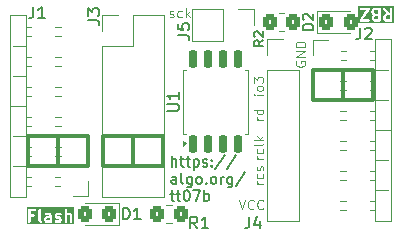
<source format=gto>
G04 #@! TF.GenerationSoftware,KiCad,Pcbnew,8.0.9-8.0.9-0~ubuntu24.04.1*
G04 #@! TF.CreationDate,2025-04-27T15:56:27+09:30*
G04 #@! TF.ProjectId,qspi-pmod-adapter,71737069-2d70-46d6-9f64-2d6164617074,rev?*
G04 #@! TF.SameCoordinates,Original*
G04 #@! TF.FileFunction,Legend,Top*
G04 #@! TF.FilePolarity,Positive*
%FSLAX46Y46*%
G04 Gerber Fmt 4.6, Leading zero omitted, Abs format (unit mm)*
G04 Created by KiCad (PCBNEW 8.0.9-8.0.9-0~ubuntu24.04.1) date 2025-04-27 15:56:27*
%MOMM*%
%LPD*%
G01*
G04 APERTURE LIST*
G04 Aperture macros list*
%AMRoundRect*
0 Rectangle with rounded corners*
0 $1 Rounding radius*
0 $2 $3 $4 $5 $6 $7 $8 $9 X,Y pos of 4 corners*
0 Add a 4 corners polygon primitive as box body*
4,1,4,$2,$3,$4,$5,$6,$7,$8,$9,$2,$3,0*
0 Add four circle primitives for the rounded corners*
1,1,$1+$1,$2,$3*
1,1,$1+$1,$4,$5*
1,1,$1+$1,$6,$7*
1,1,$1+$1,$8,$9*
0 Add four rect primitives between the rounded corners*
20,1,$1+$1,$2,$3,$4,$5,0*
20,1,$1+$1,$4,$5,$6,$7,0*
20,1,$1+$1,$6,$7,$8,$9,0*
20,1,$1+$1,$8,$9,$2,$3,0*%
G04 Aperture macros list end*
%ADD10C,0.100000*%
%ADD11C,0.200000*%
%ADD12C,0.150000*%
%ADD13C,0.300000*%
%ADD14C,0.120000*%
%ADD15C,0.350000*%
%ADD16O,1.700000X1.700000*%
%ADD17C,1.700000*%
%ADD18R,1.700000X1.700000*%
%ADD19RoundRect,0.250000X-0.350000X-0.450000X0.350000X-0.450000X0.350000X0.450000X-0.350000X0.450000X0*%
%ADD20RoundRect,0.250000X0.350000X0.450000X-0.350000X0.450000X-0.350000X-0.450000X0.350000X-0.450000X0*%
%ADD21RoundRect,0.250000X0.325000X0.450000X-0.325000X0.450000X-0.325000X-0.450000X0.325000X-0.450000X0*%
%ADD22RoundRect,0.250000X-0.325000X-0.450000X0.325000X-0.450000X0.325000X0.450000X-0.325000X0.450000X0*%
%ADD23RoundRect,0.150000X0.150000X-0.650000X0.150000X0.650000X-0.150000X0.650000X-0.150000X-0.650000X0*%
G04 APERTURE END LIST*
D10*
X123036190Y-72912760D02*
X122998095Y-72988950D01*
X122998095Y-72988950D02*
X122998095Y-73103236D01*
X122998095Y-73103236D02*
X123036190Y-73217522D01*
X123036190Y-73217522D02*
X123112380Y-73293712D01*
X123112380Y-73293712D02*
X123188571Y-73331807D01*
X123188571Y-73331807D02*
X123340952Y-73369903D01*
X123340952Y-73369903D02*
X123455238Y-73369903D01*
X123455238Y-73369903D02*
X123607619Y-73331807D01*
X123607619Y-73331807D02*
X123683809Y-73293712D01*
X123683809Y-73293712D02*
X123760000Y-73217522D01*
X123760000Y-73217522D02*
X123798095Y-73103236D01*
X123798095Y-73103236D02*
X123798095Y-73027045D01*
X123798095Y-73027045D02*
X123760000Y-72912760D01*
X123760000Y-72912760D02*
X123721904Y-72874664D01*
X123721904Y-72874664D02*
X123455238Y-72874664D01*
X123455238Y-72874664D02*
X123455238Y-73027045D01*
X123798095Y-72531807D02*
X122998095Y-72531807D01*
X122998095Y-72531807D02*
X123798095Y-72074664D01*
X123798095Y-72074664D02*
X122998095Y-72074664D01*
X123798095Y-71693712D02*
X122998095Y-71693712D01*
X122998095Y-71693712D02*
X122998095Y-71503236D01*
X122998095Y-71503236D02*
X123036190Y-71388950D01*
X123036190Y-71388950D02*
X123112380Y-71312760D01*
X123112380Y-71312760D02*
X123188571Y-71274665D01*
X123188571Y-71274665D02*
X123340952Y-71236569D01*
X123340952Y-71236569D02*
X123455238Y-71236569D01*
X123455238Y-71236569D02*
X123607619Y-71274665D01*
X123607619Y-71274665D02*
X123683809Y-71312760D01*
X123683809Y-71312760D02*
X123760000Y-71388950D01*
X123760000Y-71388950D02*
X123798095Y-71503236D01*
X123798095Y-71503236D02*
X123798095Y-71693712D01*
X118171487Y-84644095D02*
X118438154Y-85444095D01*
X118438154Y-85444095D02*
X118704820Y-84644095D01*
X119428630Y-85367904D02*
X119390534Y-85406000D01*
X119390534Y-85406000D02*
X119276249Y-85444095D01*
X119276249Y-85444095D02*
X119200058Y-85444095D01*
X119200058Y-85444095D02*
X119085772Y-85406000D01*
X119085772Y-85406000D02*
X119009582Y-85329809D01*
X119009582Y-85329809D02*
X118971487Y-85253619D01*
X118971487Y-85253619D02*
X118933391Y-85101238D01*
X118933391Y-85101238D02*
X118933391Y-84986952D01*
X118933391Y-84986952D02*
X118971487Y-84834571D01*
X118971487Y-84834571D02*
X119009582Y-84758380D01*
X119009582Y-84758380D02*
X119085772Y-84682190D01*
X119085772Y-84682190D02*
X119200058Y-84644095D01*
X119200058Y-84644095D02*
X119276249Y-84644095D01*
X119276249Y-84644095D02*
X119390534Y-84682190D01*
X119390534Y-84682190D02*
X119428630Y-84720285D01*
X120228630Y-85367904D02*
X120190534Y-85406000D01*
X120190534Y-85406000D02*
X120076249Y-85444095D01*
X120076249Y-85444095D02*
X120000058Y-85444095D01*
X120000058Y-85444095D02*
X119885772Y-85406000D01*
X119885772Y-85406000D02*
X119809582Y-85329809D01*
X119809582Y-85329809D02*
X119771487Y-85253619D01*
X119771487Y-85253619D02*
X119733391Y-85101238D01*
X119733391Y-85101238D02*
X119733391Y-84986952D01*
X119733391Y-84986952D02*
X119771487Y-84834571D01*
X119771487Y-84834571D02*
X119809582Y-84758380D01*
X119809582Y-84758380D02*
X119885772Y-84682190D01*
X119885772Y-84682190D02*
X120000058Y-84644095D01*
X120000058Y-84644095D02*
X120076249Y-84644095D01*
X120076249Y-84644095D02*
X120190534Y-84682190D01*
X120190534Y-84682190D02*
X120228630Y-84720285D01*
X120242095Y-83288683D02*
X119708761Y-83288683D01*
X119861142Y-83288683D02*
X119784952Y-83250588D01*
X119784952Y-83250588D02*
X119746857Y-83212493D01*
X119746857Y-83212493D02*
X119708761Y-83136302D01*
X119708761Y-83136302D02*
X119708761Y-83060112D01*
X120204000Y-82450588D02*
X120242095Y-82526779D01*
X120242095Y-82526779D02*
X120242095Y-82679160D01*
X120242095Y-82679160D02*
X120204000Y-82755350D01*
X120204000Y-82755350D02*
X120165904Y-82793445D01*
X120165904Y-82793445D02*
X120089714Y-82831541D01*
X120089714Y-82831541D02*
X119861142Y-82831541D01*
X119861142Y-82831541D02*
X119784952Y-82793445D01*
X119784952Y-82793445D02*
X119746857Y-82755350D01*
X119746857Y-82755350D02*
X119708761Y-82679160D01*
X119708761Y-82679160D02*
X119708761Y-82526779D01*
X119708761Y-82526779D02*
X119746857Y-82450588D01*
X120204000Y-82145827D02*
X120242095Y-82069636D01*
X120242095Y-82069636D02*
X120242095Y-81917255D01*
X120242095Y-81917255D02*
X120204000Y-81841065D01*
X120204000Y-81841065D02*
X120127809Y-81802969D01*
X120127809Y-81802969D02*
X120089714Y-81802969D01*
X120089714Y-81802969D02*
X120013523Y-81841065D01*
X120013523Y-81841065D02*
X119975428Y-81917255D01*
X119975428Y-81917255D02*
X119975428Y-82031541D01*
X119975428Y-82031541D02*
X119937333Y-82107731D01*
X119937333Y-82107731D02*
X119861142Y-82145827D01*
X119861142Y-82145827D02*
X119823047Y-82145827D01*
X119823047Y-82145827D02*
X119746857Y-82107731D01*
X119746857Y-82107731D02*
X119708761Y-82031541D01*
X119708761Y-82031541D02*
X119708761Y-81917255D01*
X119708761Y-81917255D02*
X119746857Y-81841065D01*
X120242095Y-81167731D02*
X119708761Y-81167731D01*
X119861142Y-81167731D02*
X119784952Y-81129636D01*
X119784952Y-81129636D02*
X119746857Y-81091541D01*
X119746857Y-81091541D02*
X119708761Y-81015350D01*
X119708761Y-81015350D02*
X119708761Y-80939160D01*
X120204000Y-80329636D02*
X120242095Y-80405827D01*
X120242095Y-80405827D02*
X120242095Y-80558208D01*
X120242095Y-80558208D02*
X120204000Y-80634398D01*
X120204000Y-80634398D02*
X120165904Y-80672493D01*
X120165904Y-80672493D02*
X120089714Y-80710589D01*
X120089714Y-80710589D02*
X119861142Y-80710589D01*
X119861142Y-80710589D02*
X119784952Y-80672493D01*
X119784952Y-80672493D02*
X119746857Y-80634398D01*
X119746857Y-80634398D02*
X119708761Y-80558208D01*
X119708761Y-80558208D02*
X119708761Y-80405827D01*
X119708761Y-80405827D02*
X119746857Y-80329636D01*
X120242095Y-79872494D02*
X120204000Y-79948684D01*
X120204000Y-79948684D02*
X120127809Y-79986779D01*
X120127809Y-79986779D02*
X119442095Y-79986779D01*
X120242095Y-79567731D02*
X119442095Y-79567731D01*
X119937333Y-79491541D02*
X120242095Y-79262969D01*
X119708761Y-79262969D02*
X120013523Y-79567731D01*
X120242095Y-77853160D02*
X119708761Y-77853160D01*
X119861142Y-77853160D02*
X119784952Y-77815065D01*
X119784952Y-77815065D02*
X119746857Y-77776970D01*
X119746857Y-77776970D02*
X119708761Y-77700779D01*
X119708761Y-77700779D02*
X119708761Y-77624589D01*
X120242095Y-77015065D02*
X119442095Y-77015065D01*
X120204000Y-77015065D02*
X120242095Y-77091256D01*
X120242095Y-77091256D02*
X120242095Y-77243637D01*
X120242095Y-77243637D02*
X120204000Y-77319827D01*
X120204000Y-77319827D02*
X120165904Y-77357922D01*
X120165904Y-77357922D02*
X120089714Y-77396018D01*
X120089714Y-77396018D02*
X119861142Y-77396018D01*
X119861142Y-77396018D02*
X119784952Y-77357922D01*
X119784952Y-77357922D02*
X119746857Y-77319827D01*
X119746857Y-77319827D02*
X119708761Y-77243637D01*
X119708761Y-77243637D02*
X119708761Y-77091256D01*
X119708761Y-77091256D02*
X119746857Y-77015065D01*
X120242095Y-75757579D02*
X119708761Y-75757579D01*
X119442095Y-75757579D02*
X119480190Y-75795675D01*
X119480190Y-75795675D02*
X119518285Y-75757579D01*
X119518285Y-75757579D02*
X119480190Y-75719484D01*
X119480190Y-75719484D02*
X119442095Y-75757579D01*
X119442095Y-75757579D02*
X119518285Y-75757579D01*
X120242095Y-75262342D02*
X120204000Y-75338532D01*
X120204000Y-75338532D02*
X120165904Y-75376627D01*
X120165904Y-75376627D02*
X120089714Y-75414723D01*
X120089714Y-75414723D02*
X119861142Y-75414723D01*
X119861142Y-75414723D02*
X119784952Y-75376627D01*
X119784952Y-75376627D02*
X119746857Y-75338532D01*
X119746857Y-75338532D02*
X119708761Y-75262342D01*
X119708761Y-75262342D02*
X119708761Y-75148056D01*
X119708761Y-75148056D02*
X119746857Y-75071865D01*
X119746857Y-75071865D02*
X119784952Y-75033770D01*
X119784952Y-75033770D02*
X119861142Y-74995675D01*
X119861142Y-74995675D02*
X120089714Y-74995675D01*
X120089714Y-74995675D02*
X120165904Y-75033770D01*
X120165904Y-75033770D02*
X120204000Y-75071865D01*
X120204000Y-75071865D02*
X120242095Y-75148056D01*
X120242095Y-75148056D02*
X120242095Y-75262342D01*
X119442095Y-74729008D02*
X119442095Y-74233770D01*
X119442095Y-74233770D02*
X119746857Y-74500436D01*
X119746857Y-74500436D02*
X119746857Y-74386151D01*
X119746857Y-74386151D02*
X119784952Y-74309960D01*
X119784952Y-74309960D02*
X119823047Y-74271865D01*
X119823047Y-74271865D02*
X119899238Y-74233770D01*
X119899238Y-74233770D02*
X120089714Y-74233770D01*
X120089714Y-74233770D02*
X120165904Y-74271865D01*
X120165904Y-74271865D02*
X120204000Y-74309960D01*
X120204000Y-74309960D02*
X120242095Y-74386151D01*
X120242095Y-74386151D02*
X120242095Y-74614722D01*
X120242095Y-74614722D02*
X120204000Y-74690913D01*
X120204000Y-74690913D02*
X120165904Y-74729008D01*
X112333769Y-69150000D02*
X112409960Y-69188095D01*
X112409960Y-69188095D02*
X112562341Y-69188095D01*
X112562341Y-69188095D02*
X112638531Y-69150000D01*
X112638531Y-69150000D02*
X112676627Y-69073809D01*
X112676627Y-69073809D02*
X112676627Y-69035714D01*
X112676627Y-69035714D02*
X112638531Y-68959523D01*
X112638531Y-68959523D02*
X112562341Y-68921428D01*
X112562341Y-68921428D02*
X112448055Y-68921428D01*
X112448055Y-68921428D02*
X112371865Y-68883333D01*
X112371865Y-68883333D02*
X112333769Y-68807142D01*
X112333769Y-68807142D02*
X112333769Y-68769047D01*
X112333769Y-68769047D02*
X112371865Y-68692857D01*
X112371865Y-68692857D02*
X112448055Y-68654761D01*
X112448055Y-68654761D02*
X112562341Y-68654761D01*
X112562341Y-68654761D02*
X112638531Y-68692857D01*
X113362341Y-69150000D02*
X113286150Y-69188095D01*
X113286150Y-69188095D02*
X113133769Y-69188095D01*
X113133769Y-69188095D02*
X113057579Y-69150000D01*
X113057579Y-69150000D02*
X113019484Y-69111904D01*
X113019484Y-69111904D02*
X112981388Y-69035714D01*
X112981388Y-69035714D02*
X112981388Y-68807142D01*
X112981388Y-68807142D02*
X113019484Y-68730952D01*
X113019484Y-68730952D02*
X113057579Y-68692857D01*
X113057579Y-68692857D02*
X113133769Y-68654761D01*
X113133769Y-68654761D02*
X113286150Y-68654761D01*
X113286150Y-68654761D02*
X113362341Y-68692857D01*
X113705198Y-69188095D02*
X113705198Y-68388095D01*
X113781388Y-68883333D02*
X114009960Y-69188095D01*
X114009960Y-68654761D02*
X113705198Y-68959523D01*
D11*
G36*
X129975326Y-69358780D02*
G01*
X129765600Y-69358780D01*
X129705990Y-69328975D01*
X129681322Y-69304306D01*
X129651517Y-69244696D01*
X129651517Y-69196673D01*
X129681322Y-69137063D01*
X129705990Y-69112394D01*
X129765600Y-69082590D01*
X129975326Y-69082590D01*
X129975326Y-69358780D01*
G37*
G36*
X129975326Y-68882590D02*
G01*
X129758219Y-68882590D01*
X129653154Y-68847568D01*
X129633703Y-68828116D01*
X129603898Y-68768506D01*
X129603898Y-68672864D01*
X129633703Y-68613254D01*
X129658372Y-68588584D01*
X129717980Y-68558780D01*
X129975326Y-68558780D01*
X129975326Y-68882590D01*
G37*
G36*
X130975326Y-69358780D02*
G01*
X130717981Y-69358780D01*
X130658371Y-69328975D01*
X130633703Y-69304306D01*
X130603898Y-69244696D01*
X130603898Y-69149054D01*
X130633703Y-69089444D01*
X130658371Y-69064775D01*
X130717981Y-69034971D01*
X130975326Y-69034971D01*
X130975326Y-69358780D01*
G37*
G36*
X131286437Y-69669891D02*
G01*
X128292787Y-69669891D01*
X128292787Y-69458885D01*
X128403898Y-69458885D01*
X128405819Y-69468490D01*
X128405819Y-69478289D01*
X128409608Y-69487437D01*
X128411550Y-69497145D01*
X128417001Y-69505285D01*
X128420751Y-69514337D01*
X128427750Y-69521336D01*
X128433261Y-69529565D01*
X128441414Y-69535000D01*
X128448341Y-69541927D01*
X128457487Y-69545715D01*
X128465726Y-69551208D01*
X128475336Y-69553109D01*
X128484389Y-69556859D01*
X128503898Y-69558780D01*
X128504003Y-69558780D01*
X129170564Y-69558780D01*
X129190073Y-69556859D01*
X129226121Y-69541927D01*
X129253711Y-69514337D01*
X129268643Y-69478289D01*
X129268643Y-69439271D01*
X129253711Y-69403223D01*
X129226121Y-69375633D01*
X129190073Y-69360701D01*
X129170564Y-69358780D01*
X128690750Y-69358780D01*
X129163764Y-68649257D01*
X129403898Y-68649257D01*
X129403898Y-68792114D01*
X129405819Y-68811623D01*
X129407194Y-68814943D01*
X129407449Y-68818527D01*
X129414455Y-68836835D01*
X129462074Y-68932073D01*
X129467359Y-68940469D01*
X129468370Y-68942909D01*
X129470623Y-68945655D01*
X129472517Y-68948663D01*
X129474511Y-68950392D01*
X129480806Y-68958063D01*
X129528425Y-69005681D01*
X129529213Y-69006328D01*
X129528425Y-69007117D01*
X129522130Y-69014787D01*
X129520136Y-69016517D01*
X129518242Y-69019524D01*
X129515989Y-69022271D01*
X129514978Y-69024710D01*
X129509693Y-69033107D01*
X129462074Y-69128345D01*
X129455068Y-69146653D01*
X129454813Y-69150236D01*
X129453438Y-69153557D01*
X129451517Y-69173066D01*
X129451517Y-69268304D01*
X129453438Y-69287813D01*
X129454813Y-69291133D01*
X129455068Y-69294717D01*
X129462074Y-69313025D01*
X129509693Y-69408263D01*
X129514978Y-69416659D01*
X129515989Y-69419099D01*
X129518242Y-69421845D01*
X129520136Y-69424853D01*
X129522130Y-69426582D01*
X129528425Y-69434253D01*
X129576044Y-69481871D01*
X129583710Y-69488163D01*
X129585443Y-69490161D01*
X129588451Y-69492054D01*
X129591197Y-69494308D01*
X129593637Y-69495318D01*
X129602034Y-69500604D01*
X129697271Y-69548223D01*
X129715580Y-69555229D01*
X129719163Y-69555483D01*
X129722484Y-69556859D01*
X129741993Y-69558780D01*
X130075326Y-69558780D01*
X130094835Y-69556859D01*
X130130883Y-69541927D01*
X130158473Y-69514337D01*
X130173405Y-69478289D01*
X130175326Y-69458780D01*
X130175326Y-69125447D01*
X130403898Y-69125447D01*
X130403898Y-69268304D01*
X130405819Y-69287813D01*
X130407194Y-69291133D01*
X130407449Y-69294717D01*
X130414455Y-69313025D01*
X130462074Y-69408263D01*
X130467359Y-69416659D01*
X130468370Y-69419099D01*
X130470623Y-69421845D01*
X130472517Y-69424853D01*
X130474511Y-69426582D01*
X130480806Y-69434253D01*
X130528425Y-69481871D01*
X130536091Y-69488163D01*
X130537824Y-69490161D01*
X130540832Y-69492054D01*
X130543578Y-69494308D01*
X130546018Y-69495318D01*
X130554415Y-69500604D01*
X130649652Y-69548223D01*
X130667961Y-69555229D01*
X130671544Y-69555483D01*
X130674865Y-69556859D01*
X130694374Y-69558780D01*
X131075326Y-69558780D01*
X131094835Y-69556859D01*
X131130883Y-69541927D01*
X131158473Y-69514337D01*
X131173405Y-69478289D01*
X131175326Y-69458780D01*
X131175326Y-68458780D01*
X131173405Y-68439271D01*
X131158473Y-68403223D01*
X131130883Y-68375633D01*
X131094835Y-68360701D01*
X131055817Y-68360701D01*
X131019769Y-68375633D01*
X130992179Y-68403223D01*
X130977247Y-68439271D01*
X130975326Y-68458780D01*
X130975326Y-68834971D01*
X130889296Y-68834971D01*
X130585821Y-68401434D01*
X130573060Y-68386553D01*
X130540155Y-68365584D01*
X130501730Y-68358803D01*
X130463636Y-68367243D01*
X130431671Y-68389618D01*
X130410702Y-68422523D01*
X130403921Y-68460948D01*
X130412361Y-68499042D01*
X130421975Y-68516126D01*
X130651942Y-68844651D01*
X130649652Y-68845528D01*
X130554415Y-68893147D01*
X130546018Y-68898432D01*
X130543578Y-68899443D01*
X130540832Y-68901696D01*
X130537824Y-68903590D01*
X130536091Y-68905587D01*
X130528425Y-68911880D01*
X130480806Y-68959498D01*
X130474511Y-68967168D01*
X130472517Y-68968898D01*
X130470623Y-68971905D01*
X130468370Y-68974652D01*
X130467359Y-68977091D01*
X130462074Y-68985488D01*
X130414455Y-69080726D01*
X130407449Y-69099034D01*
X130407194Y-69102617D01*
X130405819Y-69105938D01*
X130403898Y-69125447D01*
X130175326Y-69125447D01*
X130175326Y-68458780D01*
X130173405Y-68439271D01*
X130158473Y-68403223D01*
X130130883Y-68375633D01*
X130094835Y-68360701D01*
X130075326Y-68358780D01*
X129694374Y-68358780D01*
X129674865Y-68360701D01*
X129671544Y-68362076D01*
X129667961Y-68362331D01*
X129649652Y-68369338D01*
X129554414Y-68416958D01*
X129546021Y-68422241D01*
X129543578Y-68423253D01*
X129540828Y-68425509D01*
X129537824Y-68427401D01*
X129536094Y-68429395D01*
X129528425Y-68435690D01*
X129480806Y-68483308D01*
X129474511Y-68490978D01*
X129472517Y-68492708D01*
X129470623Y-68495715D01*
X129468370Y-68498462D01*
X129467359Y-68500901D01*
X129462074Y-68509298D01*
X129414455Y-68604536D01*
X129407449Y-68622844D01*
X129407194Y-68626427D01*
X129405819Y-68629748D01*
X129403898Y-68649257D01*
X129163764Y-68649257D01*
X129253769Y-68514250D01*
X129262992Y-68496952D01*
X129264893Y-68487341D01*
X129268643Y-68478289D01*
X129268643Y-68468385D01*
X129270564Y-68458675D01*
X129268643Y-68449070D01*
X129268643Y-68439271D01*
X129264853Y-68430122D01*
X129262912Y-68420415D01*
X129257460Y-68412274D01*
X129253711Y-68403223D01*
X129246711Y-68396223D01*
X129241201Y-68387995D01*
X129233047Y-68382559D01*
X129226121Y-68375633D01*
X129216974Y-68371844D01*
X129208736Y-68366352D01*
X129199125Y-68364450D01*
X129190073Y-68360701D01*
X129170564Y-68358780D01*
X128503898Y-68358780D01*
X128484389Y-68360701D01*
X128448341Y-68375633D01*
X128420751Y-68403223D01*
X128405819Y-68439271D01*
X128405819Y-68478289D01*
X128420751Y-68514337D01*
X128448341Y-68541927D01*
X128484389Y-68556859D01*
X128503898Y-68558780D01*
X128983712Y-68558780D01*
X128420693Y-69403310D01*
X128411470Y-69420608D01*
X128409568Y-69430218D01*
X128405819Y-69439271D01*
X128405819Y-69449174D01*
X128403898Y-69458885D01*
X128292787Y-69458885D01*
X128292787Y-68247669D01*
X131286437Y-68247669D01*
X131286437Y-69669891D01*
G37*
G36*
X102155197Y-86371796D02*
G01*
X102136352Y-86381219D01*
X101945471Y-86381219D01*
X101901161Y-86359064D01*
X101879007Y-86314754D01*
X101879007Y-86266730D01*
X101901162Y-86222420D01*
X101945471Y-86200266D01*
X102155197Y-86200266D01*
X102155197Y-86371796D01*
G37*
G36*
X104180594Y-86692330D02*
G01*
X100234562Y-86692330D01*
X100234562Y-85481219D01*
X100345673Y-85481219D01*
X100345673Y-86481219D01*
X100347594Y-86500728D01*
X100362526Y-86536776D01*
X100390116Y-86564366D01*
X100426164Y-86579298D01*
X100465182Y-86579298D01*
X100501230Y-86564366D01*
X100528820Y-86536776D01*
X100543752Y-86500728D01*
X100545673Y-86481219D01*
X100545673Y-86057409D01*
X100779006Y-86057409D01*
X100798515Y-86055488D01*
X100834563Y-86040556D01*
X100862153Y-86012966D01*
X100877085Y-85976918D01*
X100877085Y-85937900D01*
X100862153Y-85901852D01*
X100834563Y-85874262D01*
X100798515Y-85859330D01*
X100779006Y-85857409D01*
X100545673Y-85857409D01*
X100545673Y-85581219D01*
X100921863Y-85581219D01*
X100941372Y-85579298D01*
X100977420Y-85564366D01*
X101005010Y-85536776D01*
X101019942Y-85500728D01*
X101019942Y-85481219D01*
X101202816Y-85481219D01*
X101202816Y-86338361D01*
X101204737Y-86357870D01*
X101206112Y-86361190D01*
X101206367Y-86364773D01*
X101213373Y-86383082D01*
X101260992Y-86478321D01*
X101263045Y-86481584D01*
X101263559Y-86483123D01*
X101265221Y-86485039D01*
X101271435Y-86494911D01*
X101280906Y-86503125D01*
X101289123Y-86512600D01*
X101298993Y-86518812D01*
X101300911Y-86520476D01*
X101302451Y-86520989D01*
X101305714Y-86523043D01*
X101400951Y-86570662D01*
X101419260Y-86577668D01*
X101458180Y-86580434D01*
X101495196Y-86568095D01*
X101524673Y-86542530D01*
X101542122Y-86507632D01*
X101544887Y-86468712D01*
X101532549Y-86431696D01*
X101506984Y-86402219D01*
X101490394Y-86391776D01*
X101424970Y-86359064D01*
X101402816Y-86314754D01*
X101402816Y-86243123D01*
X101679007Y-86243123D01*
X101679007Y-86338361D01*
X101680928Y-86357870D01*
X101682303Y-86361190D01*
X101682558Y-86364773D01*
X101689564Y-86383082D01*
X101737183Y-86478321D01*
X101739236Y-86481584D01*
X101739750Y-86483123D01*
X101741412Y-86485039D01*
X101747626Y-86494911D01*
X101757097Y-86503125D01*
X101765314Y-86512600D01*
X101775184Y-86518812D01*
X101777102Y-86520476D01*
X101778642Y-86520989D01*
X101781905Y-86523043D01*
X101877142Y-86570662D01*
X101895451Y-86577668D01*
X101899034Y-86577922D01*
X101902355Y-86579298D01*
X101921864Y-86581219D01*
X102159959Y-86581219D01*
X102179468Y-86579298D01*
X102182788Y-86577922D01*
X102186372Y-86577668D01*
X102204680Y-86570662D01*
X102209283Y-86568360D01*
X102235688Y-86579298D01*
X102274706Y-86579298D01*
X102310754Y-86564366D01*
X102338344Y-86536776D01*
X102353276Y-86500728D01*
X102355197Y-86481219D01*
X102355197Y-85957409D01*
X102583769Y-85957409D01*
X102583769Y-86005028D01*
X102585690Y-86024537D01*
X102587065Y-86027857D01*
X102587320Y-86031441D01*
X102594326Y-86049749D01*
X102641945Y-86144987D01*
X102643998Y-86148250D01*
X102644512Y-86149789D01*
X102646174Y-86151705D01*
X102652388Y-86161577D01*
X102661858Y-86169790D01*
X102670076Y-86179266D01*
X102679949Y-86185480D01*
X102681865Y-86187142D01*
X102683403Y-86187654D01*
X102686667Y-86189709D01*
X102781904Y-86237328D01*
X102800213Y-86244334D01*
X102803796Y-86244588D01*
X102807117Y-86245964D01*
X102826626Y-86247885D01*
X102945876Y-86247885D01*
X102990185Y-86270040D01*
X103012340Y-86314349D01*
X103012340Y-86314754D01*
X102990185Y-86359063D01*
X102945876Y-86381219D01*
X102802614Y-86381219D01*
X102728490Y-86344157D01*
X102710182Y-86337151D01*
X102671262Y-86334385D01*
X102634246Y-86346724D01*
X102604769Y-86372288D01*
X102587320Y-86407187D01*
X102584554Y-86446107D01*
X102596893Y-86483123D01*
X102622457Y-86512600D01*
X102639048Y-86523043D01*
X102734285Y-86570662D01*
X102752594Y-86577668D01*
X102756177Y-86577922D01*
X102759498Y-86579298D01*
X102779007Y-86581219D01*
X102969483Y-86581219D01*
X102988992Y-86579298D01*
X102992312Y-86577922D01*
X102995896Y-86577668D01*
X103014204Y-86570662D01*
X103109442Y-86523043D01*
X103112704Y-86520989D01*
X103114244Y-86520476D01*
X103116160Y-86518813D01*
X103126032Y-86512600D01*
X103134247Y-86503126D01*
X103143721Y-86494911D01*
X103149934Y-86485039D01*
X103151597Y-86483123D01*
X103152109Y-86481584D01*
X103154164Y-86478321D01*
X103201783Y-86383082D01*
X103208789Y-86364774D01*
X103209043Y-86361190D01*
X103210419Y-86357870D01*
X103212340Y-86338361D01*
X103212340Y-86290742D01*
X103210419Y-86271233D01*
X103209043Y-86267912D01*
X103208789Y-86264329D01*
X103201783Y-86246020D01*
X103154164Y-86150783D01*
X103152109Y-86147519D01*
X103151597Y-86145981D01*
X103149935Y-86144065D01*
X103143721Y-86134192D01*
X103134245Y-86125974D01*
X103126032Y-86116504D01*
X103116160Y-86110290D01*
X103114244Y-86108628D01*
X103112705Y-86108114D01*
X103109442Y-86106061D01*
X103014204Y-86058442D01*
X102995896Y-86051436D01*
X102992312Y-86051181D01*
X102988992Y-86049806D01*
X102969483Y-86047885D01*
X102850233Y-86047885D01*
X102805924Y-86025730D01*
X102783769Y-85981420D01*
X102783769Y-85981016D01*
X102805924Y-85936706D01*
X102850233Y-85914552D01*
X102945876Y-85914552D01*
X103019999Y-85951614D01*
X103038308Y-85958620D01*
X103077228Y-85961386D01*
X103114244Y-85949047D01*
X103143721Y-85923482D01*
X103161170Y-85888584D01*
X103163935Y-85849664D01*
X103151597Y-85812648D01*
X103126032Y-85783171D01*
X103109442Y-85772728D01*
X103014204Y-85725109D01*
X102995896Y-85718103D01*
X102992312Y-85717848D01*
X102988992Y-85716473D01*
X102969483Y-85714552D01*
X102826626Y-85714552D01*
X102807117Y-85716473D01*
X102803796Y-85717848D01*
X102800213Y-85718103D01*
X102781904Y-85725109D01*
X102686667Y-85772728D01*
X102683403Y-85774782D01*
X102681865Y-85775295D01*
X102679949Y-85776956D01*
X102670076Y-85783171D01*
X102661858Y-85792646D01*
X102652388Y-85800860D01*
X102646174Y-85810731D01*
X102644512Y-85812648D01*
X102643998Y-85814186D01*
X102641945Y-85817450D01*
X102594326Y-85912688D01*
X102587320Y-85930996D01*
X102587065Y-85934579D01*
X102585690Y-85937900D01*
X102583769Y-85957409D01*
X102355197Y-85957409D01*
X102353276Y-85937900D01*
X102351900Y-85934579D01*
X102351646Y-85930996D01*
X102344640Y-85912687D01*
X102297021Y-85817450D01*
X102294966Y-85814186D01*
X102294454Y-85812648D01*
X102292792Y-85810732D01*
X102286578Y-85800859D01*
X102277102Y-85792641D01*
X102268889Y-85783171D01*
X102259017Y-85776957D01*
X102257101Y-85775295D01*
X102255562Y-85774781D01*
X102252299Y-85772728D01*
X102157061Y-85725109D01*
X102138753Y-85718103D01*
X102135169Y-85717848D01*
X102131849Y-85716473D01*
X102112340Y-85714552D01*
X101921864Y-85714552D01*
X101902355Y-85716473D01*
X101899034Y-85717848D01*
X101895451Y-85718103D01*
X101877142Y-85725109D01*
X101781905Y-85772728D01*
X101765314Y-85783171D01*
X101739750Y-85812648D01*
X101727411Y-85849664D01*
X101730177Y-85888584D01*
X101747626Y-85923483D01*
X101777103Y-85949047D01*
X101814119Y-85961386D01*
X101853039Y-85958620D01*
X101871347Y-85951614D01*
X101945471Y-85914552D01*
X102088733Y-85914552D01*
X102133042Y-85936707D01*
X102155197Y-85981016D01*
X102155197Y-85990843D01*
X102136352Y-86000266D01*
X101921864Y-86000266D01*
X101902355Y-86002187D01*
X101899034Y-86003562D01*
X101895451Y-86003817D01*
X101877142Y-86010823D01*
X101781905Y-86058442D01*
X101778641Y-86060496D01*
X101777103Y-86061009D01*
X101775187Y-86062670D01*
X101765314Y-86068885D01*
X101757096Y-86078360D01*
X101747626Y-86086574D01*
X101741412Y-86096445D01*
X101739750Y-86098362D01*
X101739236Y-86099900D01*
X101737183Y-86103164D01*
X101689564Y-86198402D01*
X101682558Y-86216710D01*
X101682303Y-86220293D01*
X101680928Y-86223614D01*
X101679007Y-86243123D01*
X101402816Y-86243123D01*
X101402816Y-85481219D01*
X103440912Y-85481219D01*
X103440912Y-86481219D01*
X103442833Y-86500728D01*
X103457765Y-86536776D01*
X103485355Y-86564366D01*
X103521403Y-86579298D01*
X103560421Y-86579298D01*
X103596469Y-86564366D01*
X103624059Y-86536776D01*
X103638991Y-86500728D01*
X103640912Y-86481219D01*
X103640912Y-85951211D01*
X103647766Y-85944356D01*
X103707376Y-85914552D01*
X103803019Y-85914552D01*
X103847328Y-85936707D01*
X103869483Y-85981016D01*
X103869483Y-86481219D01*
X103871404Y-86500728D01*
X103886336Y-86536776D01*
X103913926Y-86564366D01*
X103949974Y-86579298D01*
X103988992Y-86579298D01*
X104025040Y-86564366D01*
X104052630Y-86536776D01*
X104067562Y-86500728D01*
X104069483Y-86481219D01*
X104069483Y-85957409D01*
X104067562Y-85937900D01*
X104066186Y-85934579D01*
X104065932Y-85930996D01*
X104058926Y-85912687D01*
X104011307Y-85817450D01*
X104009252Y-85814186D01*
X104008740Y-85812648D01*
X104007078Y-85810732D01*
X104000864Y-85800859D01*
X103991388Y-85792641D01*
X103983175Y-85783171D01*
X103973303Y-85776957D01*
X103971387Y-85775295D01*
X103969848Y-85774781D01*
X103966585Y-85772728D01*
X103871347Y-85725109D01*
X103853039Y-85718103D01*
X103849455Y-85717848D01*
X103846135Y-85716473D01*
X103826626Y-85714552D01*
X103683769Y-85714552D01*
X103664260Y-85716473D01*
X103660939Y-85717848D01*
X103657356Y-85718103D01*
X103640912Y-85724395D01*
X103640912Y-85481219D01*
X103638991Y-85461710D01*
X103624059Y-85425662D01*
X103596469Y-85398072D01*
X103560421Y-85383140D01*
X103521403Y-85383140D01*
X103485355Y-85398072D01*
X103457765Y-85425662D01*
X103442833Y-85461710D01*
X103440912Y-85481219D01*
X101402816Y-85481219D01*
X101400895Y-85461710D01*
X101385963Y-85425662D01*
X101358373Y-85398072D01*
X101322325Y-85383140D01*
X101283307Y-85383140D01*
X101247259Y-85398072D01*
X101219669Y-85425662D01*
X101204737Y-85461710D01*
X101202816Y-85481219D01*
X101019942Y-85481219D01*
X101019942Y-85461710D01*
X101005010Y-85425662D01*
X100977420Y-85398072D01*
X100941372Y-85383140D01*
X100921863Y-85381219D01*
X100445673Y-85381219D01*
X100426164Y-85383140D01*
X100390116Y-85398072D01*
X100362526Y-85425662D01*
X100347594Y-85461710D01*
X100345673Y-85481219D01*
X100234562Y-85481219D01*
X100234562Y-85270108D01*
X104180594Y-85270108D01*
X104180594Y-86692330D01*
G37*
D12*
X112504769Y-81820157D02*
X112504769Y-80920157D01*
X112890484Y-81820157D02*
X112890484Y-81348728D01*
X112890484Y-81348728D02*
X112847626Y-81263014D01*
X112847626Y-81263014D02*
X112761912Y-81220157D01*
X112761912Y-81220157D02*
X112633341Y-81220157D01*
X112633341Y-81220157D02*
X112547626Y-81263014D01*
X112547626Y-81263014D02*
X112504769Y-81305871D01*
X113190484Y-81220157D02*
X113533341Y-81220157D01*
X113319055Y-80920157D02*
X113319055Y-81691585D01*
X113319055Y-81691585D02*
X113361912Y-81777300D01*
X113361912Y-81777300D02*
X113447627Y-81820157D01*
X113447627Y-81820157D02*
X113533341Y-81820157D01*
X113704770Y-81220157D02*
X114047627Y-81220157D01*
X113833341Y-80920157D02*
X113833341Y-81691585D01*
X113833341Y-81691585D02*
X113876198Y-81777300D01*
X113876198Y-81777300D02*
X113961913Y-81820157D01*
X113961913Y-81820157D02*
X114047627Y-81820157D01*
X114347627Y-81220157D02*
X114347627Y-82120157D01*
X114347627Y-81263014D02*
X114433342Y-81220157D01*
X114433342Y-81220157D02*
X114604770Y-81220157D01*
X114604770Y-81220157D02*
X114690484Y-81263014D01*
X114690484Y-81263014D02*
X114733342Y-81305871D01*
X114733342Y-81305871D02*
X114776199Y-81391585D01*
X114776199Y-81391585D02*
X114776199Y-81648728D01*
X114776199Y-81648728D02*
X114733342Y-81734442D01*
X114733342Y-81734442D02*
X114690484Y-81777300D01*
X114690484Y-81777300D02*
X114604770Y-81820157D01*
X114604770Y-81820157D02*
X114433342Y-81820157D01*
X114433342Y-81820157D02*
X114347627Y-81777300D01*
X115119056Y-81777300D02*
X115204770Y-81820157D01*
X115204770Y-81820157D02*
X115376199Y-81820157D01*
X115376199Y-81820157D02*
X115461913Y-81777300D01*
X115461913Y-81777300D02*
X115504770Y-81691585D01*
X115504770Y-81691585D02*
X115504770Y-81648728D01*
X115504770Y-81648728D02*
X115461913Y-81563014D01*
X115461913Y-81563014D02*
X115376199Y-81520157D01*
X115376199Y-81520157D02*
X115247628Y-81520157D01*
X115247628Y-81520157D02*
X115161913Y-81477300D01*
X115161913Y-81477300D02*
X115119056Y-81391585D01*
X115119056Y-81391585D02*
X115119056Y-81348728D01*
X115119056Y-81348728D02*
X115161913Y-81263014D01*
X115161913Y-81263014D02*
X115247628Y-81220157D01*
X115247628Y-81220157D02*
X115376199Y-81220157D01*
X115376199Y-81220157D02*
X115461913Y-81263014D01*
X115890484Y-81734442D02*
X115933341Y-81777300D01*
X115933341Y-81777300D02*
X115890484Y-81820157D01*
X115890484Y-81820157D02*
X115847627Y-81777300D01*
X115847627Y-81777300D02*
X115890484Y-81734442D01*
X115890484Y-81734442D02*
X115890484Y-81820157D01*
X115890484Y-81263014D02*
X115933341Y-81305871D01*
X115933341Y-81305871D02*
X115890484Y-81348728D01*
X115890484Y-81348728D02*
X115847627Y-81305871D01*
X115847627Y-81305871D02*
X115890484Y-81263014D01*
X115890484Y-81263014D02*
X115890484Y-81348728D01*
X116961912Y-80877300D02*
X116190484Y-82034442D01*
X117904769Y-80877300D02*
X117133341Y-82034442D01*
X112890484Y-83269107D02*
X112890484Y-82797678D01*
X112890484Y-82797678D02*
X112847626Y-82711964D01*
X112847626Y-82711964D02*
X112761912Y-82669107D01*
X112761912Y-82669107D02*
X112590484Y-82669107D01*
X112590484Y-82669107D02*
X112504769Y-82711964D01*
X112890484Y-83226250D02*
X112804769Y-83269107D01*
X112804769Y-83269107D02*
X112590484Y-83269107D01*
X112590484Y-83269107D02*
X112504769Y-83226250D01*
X112504769Y-83226250D02*
X112461912Y-83140535D01*
X112461912Y-83140535D02*
X112461912Y-83054821D01*
X112461912Y-83054821D02*
X112504769Y-82969107D01*
X112504769Y-82969107D02*
X112590484Y-82926250D01*
X112590484Y-82926250D02*
X112804769Y-82926250D01*
X112804769Y-82926250D02*
X112890484Y-82883392D01*
X113447627Y-83269107D02*
X113361912Y-83226250D01*
X113361912Y-83226250D02*
X113319055Y-83140535D01*
X113319055Y-83140535D02*
X113319055Y-82369107D01*
X114176199Y-82669107D02*
X114176199Y-83397678D01*
X114176199Y-83397678D02*
X114133341Y-83483392D01*
X114133341Y-83483392D02*
X114090484Y-83526250D01*
X114090484Y-83526250D02*
X114004770Y-83569107D01*
X114004770Y-83569107D02*
X113876199Y-83569107D01*
X113876199Y-83569107D02*
X113790484Y-83526250D01*
X114176199Y-83226250D02*
X114090484Y-83269107D01*
X114090484Y-83269107D02*
X113919056Y-83269107D01*
X113919056Y-83269107D02*
X113833341Y-83226250D01*
X113833341Y-83226250D02*
X113790484Y-83183392D01*
X113790484Y-83183392D02*
X113747627Y-83097678D01*
X113747627Y-83097678D02*
X113747627Y-82840535D01*
X113747627Y-82840535D02*
X113790484Y-82754821D01*
X113790484Y-82754821D02*
X113833341Y-82711964D01*
X113833341Y-82711964D02*
X113919056Y-82669107D01*
X113919056Y-82669107D02*
X114090484Y-82669107D01*
X114090484Y-82669107D02*
X114176199Y-82711964D01*
X114733342Y-83269107D02*
X114647627Y-83226250D01*
X114647627Y-83226250D02*
X114604770Y-83183392D01*
X114604770Y-83183392D02*
X114561913Y-83097678D01*
X114561913Y-83097678D02*
X114561913Y-82840535D01*
X114561913Y-82840535D02*
X114604770Y-82754821D01*
X114604770Y-82754821D02*
X114647627Y-82711964D01*
X114647627Y-82711964D02*
X114733342Y-82669107D01*
X114733342Y-82669107D02*
X114861913Y-82669107D01*
X114861913Y-82669107D02*
X114947627Y-82711964D01*
X114947627Y-82711964D02*
X114990485Y-82754821D01*
X114990485Y-82754821D02*
X115033342Y-82840535D01*
X115033342Y-82840535D02*
X115033342Y-83097678D01*
X115033342Y-83097678D02*
X114990485Y-83183392D01*
X114990485Y-83183392D02*
X114947627Y-83226250D01*
X114947627Y-83226250D02*
X114861913Y-83269107D01*
X114861913Y-83269107D02*
X114733342Y-83269107D01*
X115419056Y-83183392D02*
X115461913Y-83226250D01*
X115461913Y-83226250D02*
X115419056Y-83269107D01*
X115419056Y-83269107D02*
X115376199Y-83226250D01*
X115376199Y-83226250D02*
X115419056Y-83183392D01*
X115419056Y-83183392D02*
X115419056Y-83269107D01*
X115976199Y-83269107D02*
X115890484Y-83226250D01*
X115890484Y-83226250D02*
X115847627Y-83183392D01*
X115847627Y-83183392D02*
X115804770Y-83097678D01*
X115804770Y-83097678D02*
X115804770Y-82840535D01*
X115804770Y-82840535D02*
X115847627Y-82754821D01*
X115847627Y-82754821D02*
X115890484Y-82711964D01*
X115890484Y-82711964D02*
X115976199Y-82669107D01*
X115976199Y-82669107D02*
X116104770Y-82669107D01*
X116104770Y-82669107D02*
X116190484Y-82711964D01*
X116190484Y-82711964D02*
X116233342Y-82754821D01*
X116233342Y-82754821D02*
X116276199Y-82840535D01*
X116276199Y-82840535D02*
X116276199Y-83097678D01*
X116276199Y-83097678D02*
X116233342Y-83183392D01*
X116233342Y-83183392D02*
X116190484Y-83226250D01*
X116190484Y-83226250D02*
X116104770Y-83269107D01*
X116104770Y-83269107D02*
X115976199Y-83269107D01*
X116661913Y-83269107D02*
X116661913Y-82669107D01*
X116661913Y-82840535D02*
X116704770Y-82754821D01*
X116704770Y-82754821D02*
X116747628Y-82711964D01*
X116747628Y-82711964D02*
X116833342Y-82669107D01*
X116833342Y-82669107D02*
X116919056Y-82669107D01*
X117604771Y-82669107D02*
X117604771Y-83397678D01*
X117604771Y-83397678D02*
X117561913Y-83483392D01*
X117561913Y-83483392D02*
X117519056Y-83526250D01*
X117519056Y-83526250D02*
X117433342Y-83569107D01*
X117433342Y-83569107D02*
X117304771Y-83569107D01*
X117304771Y-83569107D02*
X117219056Y-83526250D01*
X117604771Y-83226250D02*
X117519056Y-83269107D01*
X117519056Y-83269107D02*
X117347628Y-83269107D01*
X117347628Y-83269107D02*
X117261913Y-83226250D01*
X117261913Y-83226250D02*
X117219056Y-83183392D01*
X117219056Y-83183392D02*
X117176199Y-83097678D01*
X117176199Y-83097678D02*
X117176199Y-82840535D01*
X117176199Y-82840535D02*
X117219056Y-82754821D01*
X117219056Y-82754821D02*
X117261913Y-82711964D01*
X117261913Y-82711964D02*
X117347628Y-82669107D01*
X117347628Y-82669107D02*
X117519056Y-82669107D01*
X117519056Y-82669107D02*
X117604771Y-82711964D01*
X118676199Y-82326250D02*
X117904771Y-83483392D01*
X112376198Y-84118057D02*
X112719055Y-84118057D01*
X112504769Y-83818057D02*
X112504769Y-84589485D01*
X112504769Y-84589485D02*
X112547626Y-84675200D01*
X112547626Y-84675200D02*
X112633341Y-84718057D01*
X112633341Y-84718057D02*
X112719055Y-84718057D01*
X112890484Y-84118057D02*
X113233341Y-84118057D01*
X113019055Y-83818057D02*
X113019055Y-84589485D01*
X113019055Y-84589485D02*
X113061912Y-84675200D01*
X113061912Y-84675200D02*
X113147627Y-84718057D01*
X113147627Y-84718057D02*
X113233341Y-84718057D01*
X113704770Y-83818057D02*
X113790484Y-83818057D01*
X113790484Y-83818057D02*
X113876198Y-83860914D01*
X113876198Y-83860914D02*
X113919056Y-83903771D01*
X113919056Y-83903771D02*
X113961913Y-83989485D01*
X113961913Y-83989485D02*
X114004770Y-84160914D01*
X114004770Y-84160914D02*
X114004770Y-84375200D01*
X114004770Y-84375200D02*
X113961913Y-84546628D01*
X113961913Y-84546628D02*
X113919056Y-84632342D01*
X113919056Y-84632342D02*
X113876198Y-84675200D01*
X113876198Y-84675200D02*
X113790484Y-84718057D01*
X113790484Y-84718057D02*
X113704770Y-84718057D01*
X113704770Y-84718057D02*
X113619056Y-84675200D01*
X113619056Y-84675200D02*
X113576198Y-84632342D01*
X113576198Y-84632342D02*
X113533341Y-84546628D01*
X113533341Y-84546628D02*
X113490484Y-84375200D01*
X113490484Y-84375200D02*
X113490484Y-84160914D01*
X113490484Y-84160914D02*
X113533341Y-83989485D01*
X113533341Y-83989485D02*
X113576198Y-83903771D01*
X113576198Y-83903771D02*
X113619056Y-83860914D01*
X113619056Y-83860914D02*
X113704770Y-83818057D01*
X114304770Y-83818057D02*
X114904770Y-83818057D01*
X114904770Y-83818057D02*
X114519056Y-84718057D01*
X115247627Y-84718057D02*
X115247627Y-83818057D01*
X115247627Y-84160914D02*
X115333342Y-84118057D01*
X115333342Y-84118057D02*
X115504770Y-84118057D01*
X115504770Y-84118057D02*
X115590484Y-84160914D01*
X115590484Y-84160914D02*
X115633342Y-84203771D01*
X115633342Y-84203771D02*
X115676199Y-84289485D01*
X115676199Y-84289485D02*
X115676199Y-84546628D01*
X115676199Y-84546628D02*
X115633342Y-84632342D01*
X115633342Y-84632342D02*
X115590484Y-84675200D01*
X115590484Y-84675200D02*
X115504770Y-84718057D01*
X115504770Y-84718057D02*
X115333342Y-84718057D01*
X115333342Y-84718057D02*
X115247627Y-84675200D01*
X105372819Y-69421333D02*
X106087104Y-69421333D01*
X106087104Y-69421333D02*
X106229961Y-69468952D01*
X106229961Y-69468952D02*
X106325200Y-69564190D01*
X106325200Y-69564190D02*
X106372819Y-69707047D01*
X106372819Y-69707047D02*
X106372819Y-69802285D01*
X105372819Y-69040380D02*
X105372819Y-68421333D01*
X105372819Y-68421333D02*
X105753771Y-68754666D01*
X105753771Y-68754666D02*
X105753771Y-68611809D01*
X105753771Y-68611809D02*
X105801390Y-68516571D01*
X105801390Y-68516571D02*
X105849009Y-68468952D01*
X105849009Y-68468952D02*
X105944247Y-68421333D01*
X105944247Y-68421333D02*
X106182342Y-68421333D01*
X106182342Y-68421333D02*
X106277580Y-68468952D01*
X106277580Y-68468952D02*
X106325200Y-68516571D01*
X106325200Y-68516571D02*
X106372819Y-68611809D01*
X106372819Y-68611809D02*
X106372819Y-68897523D01*
X106372819Y-68897523D02*
X106325200Y-68992761D01*
X106325200Y-68992761D02*
X106277580Y-69040380D01*
X114641333Y-87068819D02*
X114308000Y-86592628D01*
X114069905Y-87068819D02*
X114069905Y-86068819D01*
X114069905Y-86068819D02*
X114450857Y-86068819D01*
X114450857Y-86068819D02*
X114546095Y-86116438D01*
X114546095Y-86116438D02*
X114593714Y-86164057D01*
X114593714Y-86164057D02*
X114641333Y-86259295D01*
X114641333Y-86259295D02*
X114641333Y-86402152D01*
X114641333Y-86402152D02*
X114593714Y-86497390D01*
X114593714Y-86497390D02*
X114546095Y-86545009D01*
X114546095Y-86545009D02*
X114450857Y-86592628D01*
X114450857Y-86592628D02*
X114069905Y-86592628D01*
X115593714Y-87068819D02*
X115022286Y-87068819D01*
X115308000Y-87068819D02*
X115308000Y-86068819D01*
X115308000Y-86068819D02*
X115212762Y-86211676D01*
X115212762Y-86211676D02*
X115117524Y-86306914D01*
X115117524Y-86306914D02*
X115022286Y-86354533D01*
X120250295Y-71133332D02*
X119869342Y-71399999D01*
X120250295Y-71590475D02*
X119450295Y-71590475D01*
X119450295Y-71590475D02*
X119450295Y-71285713D01*
X119450295Y-71285713D02*
X119488390Y-71209523D01*
X119488390Y-71209523D02*
X119526485Y-71171428D01*
X119526485Y-71171428D02*
X119602676Y-71133332D01*
X119602676Y-71133332D02*
X119716961Y-71133332D01*
X119716961Y-71133332D02*
X119793152Y-71171428D01*
X119793152Y-71171428D02*
X119831247Y-71209523D01*
X119831247Y-71209523D02*
X119869342Y-71285713D01*
X119869342Y-71285713D02*
X119869342Y-71590475D01*
X119526485Y-70828571D02*
X119488390Y-70790475D01*
X119488390Y-70790475D02*
X119450295Y-70714285D01*
X119450295Y-70714285D02*
X119450295Y-70523809D01*
X119450295Y-70523809D02*
X119488390Y-70447618D01*
X119488390Y-70447618D02*
X119526485Y-70409523D01*
X119526485Y-70409523D02*
X119602676Y-70371428D01*
X119602676Y-70371428D02*
X119678866Y-70371428D01*
X119678866Y-70371428D02*
X119793152Y-70409523D01*
X119793152Y-70409523D02*
X120250295Y-70866666D01*
X120250295Y-70866666D02*
X120250295Y-70371428D01*
X112992819Y-70691333D02*
X113707104Y-70691333D01*
X113707104Y-70691333D02*
X113849961Y-70738952D01*
X113849961Y-70738952D02*
X113945200Y-70834190D01*
X113945200Y-70834190D02*
X113992819Y-70977047D01*
X113992819Y-70977047D02*
X113992819Y-71072285D01*
X112992819Y-69738952D02*
X112992819Y-70215142D01*
X112992819Y-70215142D02*
X113469009Y-70262761D01*
X113469009Y-70262761D02*
X113421390Y-70215142D01*
X113421390Y-70215142D02*
X113373771Y-70119904D01*
X113373771Y-70119904D02*
X113373771Y-69881809D01*
X113373771Y-69881809D02*
X113421390Y-69786571D01*
X113421390Y-69786571D02*
X113469009Y-69738952D01*
X113469009Y-69738952D02*
X113564247Y-69691333D01*
X113564247Y-69691333D02*
X113802342Y-69691333D01*
X113802342Y-69691333D02*
X113897580Y-69738952D01*
X113897580Y-69738952D02*
X113945200Y-69786571D01*
X113945200Y-69786571D02*
X113992819Y-69881809D01*
X113992819Y-69881809D02*
X113992819Y-70119904D01*
X113992819Y-70119904D02*
X113945200Y-70215142D01*
X113945200Y-70215142D02*
X113897580Y-70262761D01*
X119046666Y-86068819D02*
X119046666Y-86783104D01*
X119046666Y-86783104D02*
X118999047Y-86925961D01*
X118999047Y-86925961D02*
X118903809Y-87021200D01*
X118903809Y-87021200D02*
X118760952Y-87068819D01*
X118760952Y-87068819D02*
X118665714Y-87068819D01*
X119951428Y-86402152D02*
X119951428Y-87068819D01*
X119713333Y-86021200D02*
X119475238Y-86735485D01*
X119475238Y-86735485D02*
X120094285Y-86735485D01*
X128444666Y-70066819D02*
X128444666Y-70781104D01*
X128444666Y-70781104D02*
X128397047Y-70923961D01*
X128397047Y-70923961D02*
X128301809Y-71019200D01*
X128301809Y-71019200D02*
X128158952Y-71066819D01*
X128158952Y-71066819D02*
X128063714Y-71066819D01*
X128873238Y-70162057D02*
X128920857Y-70114438D01*
X128920857Y-70114438D02*
X129016095Y-70066819D01*
X129016095Y-70066819D02*
X129254190Y-70066819D01*
X129254190Y-70066819D02*
X129349428Y-70114438D01*
X129349428Y-70114438D02*
X129397047Y-70162057D01*
X129397047Y-70162057D02*
X129444666Y-70257295D01*
X129444666Y-70257295D02*
X129444666Y-70352533D01*
X129444666Y-70352533D02*
X129397047Y-70495390D01*
X129397047Y-70495390D02*
X128825619Y-71066819D01*
X128825619Y-71066819D02*
X129444666Y-71066819D01*
X108354905Y-86306819D02*
X108354905Y-85306819D01*
X108354905Y-85306819D02*
X108593000Y-85306819D01*
X108593000Y-85306819D02*
X108735857Y-85354438D01*
X108735857Y-85354438D02*
X108831095Y-85449676D01*
X108831095Y-85449676D02*
X108878714Y-85544914D01*
X108878714Y-85544914D02*
X108926333Y-85735390D01*
X108926333Y-85735390D02*
X108926333Y-85878247D01*
X108926333Y-85878247D02*
X108878714Y-86068723D01*
X108878714Y-86068723D02*
X108831095Y-86163961D01*
X108831095Y-86163961D02*
X108735857Y-86259200D01*
X108735857Y-86259200D02*
X108593000Y-86306819D01*
X108593000Y-86306819D02*
X108354905Y-86306819D01*
X109878714Y-86306819D02*
X109307286Y-86306819D01*
X109593000Y-86306819D02*
X109593000Y-85306819D01*
X109593000Y-85306819D02*
X109497762Y-85449676D01*
X109497762Y-85449676D02*
X109402524Y-85544914D01*
X109402524Y-85544914D02*
X109307286Y-85592533D01*
X124487557Y-70260285D02*
X123587557Y-70260285D01*
X123587557Y-70260285D02*
X123587557Y-70045999D01*
X123587557Y-70045999D02*
X123630414Y-69917428D01*
X123630414Y-69917428D02*
X123716128Y-69831713D01*
X123716128Y-69831713D02*
X123801842Y-69788856D01*
X123801842Y-69788856D02*
X123973271Y-69745999D01*
X123973271Y-69745999D02*
X124101842Y-69745999D01*
X124101842Y-69745999D02*
X124273271Y-69788856D01*
X124273271Y-69788856D02*
X124358985Y-69831713D01*
X124358985Y-69831713D02*
X124444700Y-69917428D01*
X124444700Y-69917428D02*
X124487557Y-70045999D01*
X124487557Y-70045999D02*
X124487557Y-70260285D01*
X123673271Y-69403142D02*
X123630414Y-69360285D01*
X123630414Y-69360285D02*
X123587557Y-69274571D01*
X123587557Y-69274571D02*
X123587557Y-69060285D01*
X123587557Y-69060285D02*
X123630414Y-68974571D01*
X123630414Y-68974571D02*
X123673271Y-68931713D01*
X123673271Y-68931713D02*
X123758985Y-68888856D01*
X123758985Y-68888856D02*
X123844700Y-68888856D01*
X123844700Y-68888856D02*
X123973271Y-68931713D01*
X123973271Y-68931713D02*
X124487557Y-69445999D01*
X124487557Y-69445999D02*
X124487557Y-68888856D01*
X112099819Y-77114304D02*
X112909342Y-77114304D01*
X112909342Y-77114304D02*
X113004580Y-77066685D01*
X113004580Y-77066685D02*
X113052200Y-77019066D01*
X113052200Y-77019066D02*
X113099819Y-76923828D01*
X113099819Y-76923828D02*
X113099819Y-76733352D01*
X113099819Y-76733352D02*
X113052200Y-76638114D01*
X113052200Y-76638114D02*
X113004580Y-76590495D01*
X113004580Y-76590495D02*
X112909342Y-76542876D01*
X112909342Y-76542876D02*
X112099819Y-76542876D01*
X113099819Y-75542876D02*
X113099819Y-76114304D01*
X113099819Y-75828590D02*
X112099819Y-75828590D01*
X112099819Y-75828590D02*
X112242676Y-75923828D01*
X112242676Y-75923828D02*
X112337914Y-76019066D01*
X112337914Y-76019066D02*
X112385533Y-76114304D01*
X100758666Y-68288819D02*
X100758666Y-69003104D01*
X100758666Y-69003104D02*
X100711047Y-69145961D01*
X100711047Y-69145961D02*
X100615809Y-69241200D01*
X100615809Y-69241200D02*
X100472952Y-69288819D01*
X100472952Y-69288819D02*
X100377714Y-69288819D01*
X101758666Y-69288819D02*
X101187238Y-69288819D01*
X101472952Y-69288819D02*
X101472952Y-68288819D01*
X101472952Y-68288819D02*
X101377714Y-68431676D01*
X101377714Y-68431676D02*
X101282476Y-68526914D01*
X101282476Y-68526914D02*
X101187238Y-68574533D01*
D13*
X109220000Y-81788000D02*
X106680000Y-81788000D01*
X106680000Y-79248000D01*
X109220000Y-79248000D01*
X109220000Y-81788000D01*
X111760000Y-81788000D02*
X109220000Y-81788000D01*
X109220000Y-79248000D01*
X111760000Y-79248000D01*
X111760000Y-81788000D01*
D14*
X106620000Y-69028000D02*
X106620000Y-70358000D01*
X106620000Y-71628000D02*
X106620000Y-84388000D01*
X107950000Y-69028000D02*
X106620000Y-69028000D01*
X109220000Y-69028000D02*
X109220000Y-71628000D01*
X109220000Y-71628000D02*
X106620000Y-71628000D01*
X111820000Y-69028000D02*
X109220000Y-69028000D01*
X111820000Y-69028000D02*
X111820000Y-84388000D01*
X111820000Y-84388000D02*
X106620000Y-84388000D01*
X112040936Y-85117000D02*
X112495064Y-85117000D01*
X112040936Y-86587000D02*
X112495064Y-86587000D01*
X122020064Y-70331000D02*
X121565936Y-70331000D01*
X122020064Y-68861000D02*
X121565936Y-68861000D01*
X116840000Y-71180000D02*
X114240000Y-71180000D01*
X114240000Y-68520000D02*
X114240000Y-71180000D01*
X116840000Y-68520000D02*
X116840000Y-71180000D01*
X116840000Y-68520000D02*
X114240000Y-68520000D01*
X118110000Y-68520000D02*
X119440000Y-68520000D01*
X119440000Y-68520000D02*
X119440000Y-69850000D01*
X120590000Y-71060000D02*
X121920000Y-71060000D01*
X120590000Y-72390000D02*
X120590000Y-71060000D01*
X120590000Y-73660000D02*
X120590000Y-86420000D01*
X120590000Y-73660000D02*
X123250000Y-73660000D01*
X120590000Y-86420000D02*
X123250000Y-86420000D01*
X123250000Y-73660000D02*
X123250000Y-86420000D01*
D15*
X127000000Y-73660000D02*
X129540000Y-73660000D01*
X129540000Y-76200000D01*
X127000000Y-76200000D01*
X127000000Y-73660000D01*
X124460000Y-73660000D02*
X127000000Y-73660000D01*
X127000000Y-76200000D01*
X124460000Y-76200000D01*
X124460000Y-73660000D01*
D14*
X131040000Y-86420000D02*
X131040000Y-71060000D01*
X131040000Y-71060000D02*
X129710000Y-71060000D01*
X129710000Y-86420000D02*
X131040000Y-86420000D01*
X129710000Y-83820000D02*
X130810000Y-83820000D01*
X129710000Y-81280000D02*
X130810000Y-81280000D01*
X129710000Y-78740000D02*
X131040000Y-78740000D01*
X129710000Y-76200000D02*
X130810000Y-76200000D01*
X129710000Y-73660000D02*
X130810000Y-73660000D01*
X129710000Y-71060000D02*
X129710000Y-86420000D01*
X129312929Y-85470000D02*
X129710000Y-85470000D01*
X129312929Y-84710000D02*
X129710000Y-84710000D01*
X129312929Y-82930000D02*
X129710000Y-82930000D01*
X129312929Y-82170000D02*
X129710000Y-82170000D01*
X129312929Y-80390000D02*
X129710000Y-80390000D01*
X129312929Y-79630000D02*
X129710000Y-79630000D01*
X129312929Y-77850000D02*
X129710000Y-77850000D01*
X129312929Y-77090000D02*
X129710000Y-77090000D01*
X129312929Y-75310000D02*
X129710000Y-75310000D01*
X129312929Y-74550000D02*
X129710000Y-74550000D01*
X129312929Y-72770000D02*
X129710000Y-72770000D01*
X129312929Y-72010000D02*
X129710000Y-72010000D01*
X126840000Y-72770000D02*
X127227071Y-72770000D01*
X126840000Y-72010000D02*
X127227071Y-72010000D01*
X126772929Y-85470000D02*
X127227071Y-85470000D01*
X126772929Y-84710000D02*
X127227071Y-84710000D01*
X126772929Y-82930000D02*
X127227071Y-82930000D01*
X126772929Y-82170000D02*
X127227071Y-82170000D01*
X126772929Y-80390000D02*
X127227071Y-80390000D01*
X126772929Y-79630000D02*
X127227071Y-79630000D01*
X126772929Y-77850000D02*
X127227071Y-77850000D01*
X126772929Y-77090000D02*
X127227071Y-77090000D01*
X126772929Y-75310000D02*
X127227071Y-75310000D01*
X126772929Y-74550000D02*
X127227071Y-74550000D01*
X124460000Y-72390000D02*
X124460000Y-71120000D01*
X124460000Y-71120000D02*
X125730000Y-71120000D01*
X108032000Y-86812000D02*
X108032000Y-84892000D01*
X108032000Y-84892000D02*
X105172000Y-84892000D01*
X105172000Y-86812000D02*
X108032000Y-86812000D01*
X124759000Y-68636000D02*
X124759000Y-70556000D01*
X124759000Y-70556000D02*
X127619000Y-70556000D01*
X127619000Y-68636000D02*
X124759000Y-68636000D01*
X113740000Y-79859900D02*
X113410000Y-80099900D01*
X113410000Y-79619900D01*
X113740000Y-79859900D01*
G36*
X113740000Y-79859900D02*
G01*
X113410000Y-80099900D01*
X113410000Y-79619900D01*
X113740000Y-79859900D01*
G37*
X118930000Y-79077400D02*
X118670000Y-79077400D01*
X118930000Y-76352400D02*
X118930000Y-79077400D01*
X118930000Y-76352400D02*
X118930000Y-73627400D01*
X118930000Y-73627400D02*
X118670000Y-73627400D01*
X113480000Y-79077400D02*
X113740000Y-79077400D01*
X113480000Y-76352400D02*
X113480000Y-79077400D01*
X113480000Y-76352400D02*
X113480000Y-73627400D01*
X113480000Y-73627400D02*
X113740000Y-73627400D01*
X98830000Y-69028000D02*
X98830000Y-84388000D01*
X98830000Y-84388000D02*
X100160000Y-84388000D01*
X100160000Y-69028000D02*
X98830000Y-69028000D01*
X100160000Y-71628000D02*
X99060000Y-71628000D01*
X100160000Y-74168000D02*
X99060000Y-74168000D01*
X100160000Y-76708000D02*
X98830000Y-76708000D01*
X100160000Y-79248000D02*
X99060000Y-79248000D01*
X100160000Y-81788000D02*
X99060000Y-81788000D01*
X100160000Y-84388000D02*
X100160000Y-69028000D01*
X100557071Y-69978000D02*
X100160000Y-69978000D01*
X100557071Y-70738000D02*
X100160000Y-70738000D01*
X100557071Y-72518000D02*
X100160000Y-72518000D01*
X100557071Y-73278000D02*
X100160000Y-73278000D01*
X100557071Y-75058000D02*
X100160000Y-75058000D01*
X100557071Y-75818000D02*
X100160000Y-75818000D01*
X100557071Y-77598000D02*
X100160000Y-77598000D01*
X100557071Y-78358000D02*
X100160000Y-78358000D01*
X100557071Y-80138000D02*
X100160000Y-80138000D01*
X100557071Y-80898000D02*
X100160000Y-80898000D01*
X100557071Y-82678000D02*
X100160000Y-82678000D01*
X100557071Y-83438000D02*
X100160000Y-83438000D01*
X103030000Y-82678000D02*
X102642929Y-82678000D01*
X103030000Y-83438000D02*
X102642929Y-83438000D01*
X103097071Y-69978000D02*
X102642929Y-69978000D01*
X103097071Y-70738000D02*
X102642929Y-70738000D01*
X103097071Y-72518000D02*
X102642929Y-72518000D01*
X103097071Y-73278000D02*
X102642929Y-73278000D01*
X103097071Y-75058000D02*
X102642929Y-75058000D01*
X103097071Y-75818000D02*
X102642929Y-75818000D01*
X103097071Y-77598000D02*
X102642929Y-77598000D01*
X103097071Y-78358000D02*
X102642929Y-78358000D01*
X103097071Y-80138000D02*
X102642929Y-80138000D01*
X103097071Y-80898000D02*
X102642929Y-80898000D01*
X105410000Y-83058000D02*
X105410000Y-84328000D01*
X105410000Y-84328000D02*
X104140000Y-84328000D01*
D15*
X102870000Y-81788000D02*
X100330000Y-81788000D01*
X100330000Y-79248000D01*
X102870000Y-79248000D01*
X102870000Y-81788000D01*
X105410000Y-81788000D02*
X102870000Y-81788000D01*
X102870000Y-79248000D01*
X105410000Y-79248000D01*
X105410000Y-81788000D01*
%LPC*%
D16*
X110490000Y-83058000D03*
X110490000Y-80518000D03*
X110490000Y-77978000D03*
X110490000Y-75438000D03*
X110490000Y-72898000D03*
X110490000Y-70358000D03*
D17*
X107950000Y-83058000D03*
D16*
X107950000Y-80518000D03*
X107950000Y-77978000D03*
X107950000Y-75438000D03*
X107950000Y-72898000D03*
D18*
X107950000Y-70358000D03*
D19*
X111268000Y-85852000D03*
X113268000Y-85852000D03*
D20*
X122793000Y-69596000D03*
X120793000Y-69596000D03*
D16*
X115570000Y-69850000D03*
D18*
X118110000Y-69850000D03*
X121920000Y-72390000D03*
D16*
X121920000Y-74930000D03*
X121920000Y-77470000D03*
X121920000Y-80010000D03*
X121920000Y-82550000D03*
X121920000Y-85090000D03*
X128270000Y-72390000D03*
X128270000Y-74930000D03*
X128270000Y-77470000D03*
X128270000Y-80010000D03*
X128270000Y-82550000D03*
X128270000Y-85090000D03*
D17*
X125730000Y-72390000D03*
D16*
X125730000Y-74930000D03*
X125730000Y-77470000D03*
X125730000Y-80010000D03*
X125730000Y-82550000D03*
D18*
X125730000Y-85090000D03*
D21*
X107197000Y-85852000D03*
X105147000Y-85852000D03*
D22*
X125594000Y-69596000D03*
X127644000Y-69596000D03*
D23*
X114300000Y-72752400D03*
X115570000Y-72752400D03*
X116840000Y-72752400D03*
X118110000Y-72752400D03*
X118110000Y-79952400D03*
X116840000Y-79952400D03*
X115570000Y-79952400D03*
X114300000Y-79952400D03*
D18*
X104140000Y-70358000D03*
D16*
X104140000Y-72898000D03*
X104140000Y-75438000D03*
X104140000Y-77978000D03*
X104140000Y-80518000D03*
D17*
X104140000Y-83058000D03*
D16*
X101600000Y-70358000D03*
X101600000Y-72898000D03*
X101600000Y-75438000D03*
X101600000Y-77978000D03*
X101600000Y-80518000D03*
X101600000Y-83058000D03*
%LPD*%
M02*

</source>
